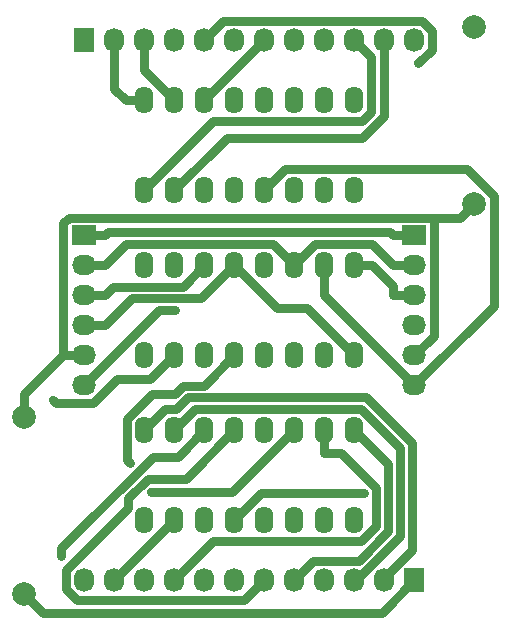
<source format=gbl>
G04 #@! TF.FileFunction,Copper,L2,Bot,Signal*
%FSLAX46Y46*%
G04 Gerber Fmt 4.6, Leading zero omitted, Abs format (unit mm)*
G04 Created by KiCad (PCBNEW (2015-10-31 BZR 6288)-product) date Friday, November 20, 2015 'PMt' 06:06:22 PM*
%MOMM*%
G01*
G04 APERTURE LIST*
%ADD10C,0.100000*%
%ADD11R,2.032000X1.727200*%
%ADD12O,2.032000X1.727200*%
%ADD13R,1.727200X2.032000*%
%ADD14O,1.727200X2.032000*%
%ADD15C,1.998980*%
%ADD16O,1.600000X2.300000*%
%ADD17C,0.700000*%
%ADD18C,0.750000*%
G04 APERTURE END LIST*
D10*
D11*
X167640000Y-97790000D03*
D12*
X167640000Y-100330000D03*
X167640000Y-102870000D03*
X167640000Y-105410000D03*
X167640000Y-107950000D03*
X167640000Y-110490000D03*
D11*
X139700000Y-97790000D03*
D12*
X139700000Y-100330000D03*
X139700000Y-102870000D03*
X139700000Y-105410000D03*
X139700000Y-107950000D03*
X139700000Y-110490000D03*
D13*
X139700000Y-81280000D03*
D14*
X142240000Y-81280000D03*
X144780000Y-81280000D03*
X147320000Y-81280000D03*
X149860000Y-81280000D03*
X152400000Y-81280000D03*
X154940000Y-81280000D03*
X157480000Y-81280000D03*
X160020000Y-81280000D03*
X162560000Y-81280000D03*
X165100000Y-81280000D03*
X167640000Y-81280000D03*
D13*
X167640000Y-127000000D03*
D14*
X165100000Y-127000000D03*
X162560000Y-127000000D03*
X160020000Y-127000000D03*
X157480000Y-127000000D03*
X154940000Y-127000000D03*
X152400000Y-127000000D03*
X149860000Y-127000000D03*
X147320000Y-127000000D03*
X144780000Y-127000000D03*
X142240000Y-127000000D03*
X139700000Y-127000000D03*
D15*
X172720000Y-80130000D03*
X172720000Y-95130000D03*
X134620000Y-128150000D03*
X134620000Y-113150000D03*
D16*
X144780000Y-121920000D03*
X147320000Y-121920000D03*
X149860000Y-121920000D03*
X152400000Y-121920000D03*
X154940000Y-121920000D03*
X157480000Y-121920000D03*
X160020000Y-121920000D03*
X162560000Y-121920000D03*
X162560000Y-114300000D03*
X160020000Y-114300000D03*
X157480000Y-114300000D03*
X154940000Y-114300000D03*
X152400000Y-114300000D03*
X149860000Y-114300000D03*
X147320000Y-114300000D03*
X144780000Y-114300000D03*
X144780000Y-93980000D03*
X147320000Y-93980000D03*
X149860000Y-93980000D03*
X152400000Y-93980000D03*
X154940000Y-93980000D03*
X157480000Y-93980000D03*
X160020000Y-93980000D03*
X162560000Y-93980000D03*
X162560000Y-86360000D03*
X160020000Y-86360000D03*
X157480000Y-86360000D03*
X154940000Y-86360000D03*
X152400000Y-86360000D03*
X149860000Y-86360000D03*
X147320000Y-86360000D03*
X144780000Y-86360000D03*
X144780000Y-107950000D03*
X147320000Y-107950000D03*
X149860000Y-107950000D03*
X152400000Y-107950000D03*
X154940000Y-107950000D03*
X157480000Y-107950000D03*
X160020000Y-107950000D03*
X162560000Y-107950000D03*
X162560000Y-100330000D03*
X160020000Y-100330000D03*
X157480000Y-100330000D03*
X154940000Y-100330000D03*
X152400000Y-100330000D03*
X149860000Y-100330000D03*
X147320000Y-100330000D03*
X144780000Y-100330000D03*
D17*
X137063600Y-111744700D03*
X143591500Y-117052100D03*
X163445900Y-119650600D03*
X147372200Y-104137800D03*
X168010100Y-83230600D03*
X145349700Y-119537800D03*
X137758000Y-124921000D03*
D18*
X137307200Y-111988300D02*
X137063600Y-111744700D01*
X140465800Y-111988300D02*
X137307200Y-111988300D01*
X142458700Y-109995400D02*
X140465800Y-111988300D01*
X145274600Y-109995400D02*
X142458700Y-109995400D01*
X147320000Y-107950000D02*
X145274600Y-109995400D01*
X143338300Y-116798900D02*
X143591500Y-117052100D01*
X143338300Y-113340100D02*
X143338300Y-116798900D01*
X145427400Y-111251000D02*
X143338300Y-113340100D01*
X147371500Y-111251000D02*
X145427400Y-111251000D01*
X148106100Y-110516400D02*
X147371500Y-111251000D01*
X149833600Y-110516400D02*
X148106100Y-110516400D01*
X152400000Y-107950000D02*
X149833600Y-110516400D01*
X154669400Y-119650600D02*
X163445900Y-119650600D01*
X152400000Y-121920000D02*
X154669400Y-119650600D01*
X156017500Y-103947500D02*
X152400000Y-100330000D01*
X158557500Y-103947500D02*
X156017500Y-103947500D01*
X162560000Y-107950000D02*
X158557500Y-103947500D01*
X139700000Y-105410000D02*
X141466000Y-105410000D01*
X143738500Y-103137500D02*
X141466000Y-105410000D01*
X149592500Y-103137500D02*
X143738500Y-103137500D01*
X152400000Y-100330000D02*
X149592500Y-103137500D01*
X162560000Y-100330000D02*
X164110000Y-100330000D01*
X167640000Y-102870000D02*
X165874000Y-102870000D01*
X165874000Y-102094000D02*
X164110000Y-100330000D01*
X165874000Y-102870000D02*
X165874000Y-102094000D01*
X160020000Y-102870000D02*
X160020000Y-100330000D01*
X167640000Y-110490000D02*
X160020000Y-102870000D01*
X174377200Y-103752800D02*
X167640000Y-110490000D01*
X174377200Y-94472300D02*
X174377200Y-103752800D01*
X172097400Y-92192500D02*
X174377200Y-94472300D01*
X156727500Y-92192500D02*
X172097400Y-92192500D01*
X154940000Y-93980000D02*
X156727500Y-92192500D01*
X146052200Y-104137800D02*
X139700000Y-110490000D01*
X147372200Y-104137800D02*
X146052200Y-104137800D01*
X139700000Y-100330000D02*
X141466000Y-100330000D01*
X167640000Y-100330000D02*
X165874000Y-100330000D01*
X159255400Y-98554600D02*
X157480000Y-100330000D01*
X164098600Y-98554600D02*
X159255400Y-98554600D01*
X165874000Y-100330000D02*
X164098600Y-98554600D01*
X155678500Y-98528500D02*
X157480000Y-100330000D01*
X143267500Y-98528500D02*
X155678500Y-98528500D01*
X141466000Y-100330000D02*
X143267500Y-98528500D01*
X167640000Y-97790000D02*
X165874000Y-97790000D01*
X139700000Y-97790000D02*
X141466000Y-97790000D01*
X165612100Y-97528100D02*
X165874000Y-97790000D01*
X141727900Y-97528100D02*
X165612100Y-97528100D01*
X141466000Y-97790000D02*
X141727900Y-97528100D01*
X139700000Y-102870000D02*
X141466000Y-102870000D01*
X142198800Y-102137200D02*
X141466000Y-102870000D01*
X148052800Y-102137200D02*
X142198800Y-102137200D01*
X149860000Y-100330000D02*
X148052800Y-102137200D01*
X139700000Y-107950000D02*
X137934000Y-107950000D01*
X134620000Y-111264000D02*
X137934000Y-107950000D01*
X134620000Y-113150000D02*
X134620000Y-111264000D01*
X169297100Y-106292900D02*
X167640000Y-107950000D01*
X169297100Y-96301000D02*
X169297100Y-106292900D01*
X138419100Y-96301000D02*
X169297100Y-96301000D01*
X137934000Y-96786100D02*
X138419100Y-96301000D01*
X137934000Y-107950000D02*
X137934000Y-96786100D01*
X171549000Y-96301000D02*
X172720000Y-95130000D01*
X169297100Y-96301000D02*
X171549000Y-96301000D01*
X150624600Y-88135400D02*
X144780000Y-93980000D01*
X163201000Y-88135400D02*
X150624600Y-88135400D01*
X163989900Y-87346500D02*
X163201000Y-88135400D01*
X163989900Y-82709900D02*
X163989900Y-87346500D01*
X162560000Y-81280000D02*
X163989900Y-82709900D01*
X151770400Y-89529600D02*
X147320000Y-93980000D01*
X163221500Y-89529600D02*
X151770400Y-89529600D01*
X165100000Y-87651100D02*
X163221500Y-89529600D01*
X165100000Y-81280000D02*
X165100000Y-87651100D01*
X169155500Y-82085200D02*
X168010100Y-83230600D01*
X169155500Y-80469100D02*
X169155500Y-82085200D01*
X168317000Y-79630600D02*
X169155500Y-80469100D01*
X151509400Y-79630600D02*
X168317000Y-79630600D01*
X149860000Y-81280000D02*
X151509400Y-79630600D01*
X154940000Y-81280000D02*
X149860000Y-86360000D01*
X144780000Y-83820000D02*
X147320000Y-86360000D01*
X144780000Y-81280000D02*
X144780000Y-83820000D01*
X142240000Y-85370000D02*
X143230000Y-86360000D01*
X142240000Y-81280000D02*
X142240000Y-85370000D01*
X144780000Y-86360000D02*
X143230000Y-86360000D01*
X142240000Y-127000000D02*
X147320000Y-121920000D01*
X165446500Y-117186500D02*
X162560000Y-114300000D01*
X165446500Y-122869100D02*
X165446500Y-117186500D01*
X162957000Y-125358600D02*
X165446500Y-122869100D01*
X159121400Y-125358600D02*
X162957000Y-125358600D01*
X157480000Y-127000000D02*
X159121400Y-125358600D01*
X160020000Y-114300000D02*
X160020000Y-116200000D01*
X161455700Y-116200000D02*
X160020000Y-116200000D01*
X164446200Y-119190500D02*
X161455700Y-116200000D01*
X164446200Y-122421600D02*
X164446200Y-119190500D01*
X163172400Y-123695400D02*
X164446200Y-122421600D01*
X150624600Y-123695400D02*
X163172400Y-123695400D01*
X147320000Y-127000000D02*
X150624600Y-123695400D01*
X152242200Y-119537800D02*
X157480000Y-114300000D01*
X145349700Y-119537800D02*
X152242200Y-119537800D01*
X148317000Y-118383000D02*
X152400000Y-114300000D01*
X145089900Y-118383000D02*
X148317000Y-118383000D01*
X143435000Y-120037900D02*
X145089900Y-118383000D01*
X143435000Y-120899200D02*
X143435000Y-120037900D01*
X138195700Y-126138500D02*
X143435000Y-120899200D01*
X138195700Y-127778200D02*
X138195700Y-126138500D01*
X139087300Y-128669800D02*
X138195700Y-127778200D01*
X153270200Y-128669800D02*
X139087300Y-128669800D01*
X154940000Y-127000000D02*
X153270200Y-128669800D01*
X147639100Y-116520900D02*
X149860000Y-114300000D01*
X145537300Y-116520900D02*
X147639100Y-116520900D01*
X137758000Y-124300200D02*
X145537300Y-116520900D01*
X137758000Y-124921000D02*
X137758000Y-124300200D01*
X149103000Y-112517000D02*
X147320000Y-114300000D01*
X163150800Y-112517000D02*
X149103000Y-112517000D01*
X166446800Y-115813000D02*
X163150800Y-112517000D01*
X166446800Y-123283500D02*
X166446800Y-115813000D01*
X162730300Y-127000000D02*
X166446800Y-123283500D01*
X162560000Y-127000000D02*
X162730300Y-127000000D01*
X146563000Y-112517000D02*
X144780000Y-114300000D01*
X147520100Y-112517000D02*
X146563000Y-112517000D01*
X148520400Y-111516700D02*
X147520100Y-112517000D01*
X163565100Y-111516700D02*
X148520400Y-111516700D01*
X167447100Y-115398700D02*
X163565100Y-111516700D01*
X167447100Y-124426200D02*
X167447100Y-115398700D01*
X165100000Y-126773300D02*
X167447100Y-124426200D01*
X165100000Y-127000000D02*
X165100000Y-126773300D01*
X164911000Y-129729000D02*
X167640000Y-127000000D01*
X136199000Y-129729000D02*
X164911000Y-129729000D01*
X134620000Y-128150000D02*
X136199000Y-129729000D01*
M02*

</source>
